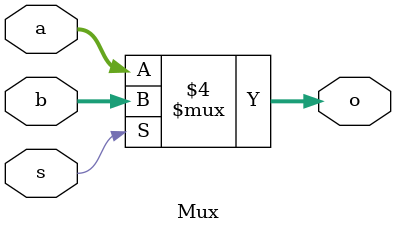
<source format=v>
`timescale 1ns / 1ps
module Mux(
    input [31:0]a,
    input [31:0]b,
    input s,
    output reg [31:0]o
    );
always@(*)
begin
	if(s==0)
		o=a;
	else
		o=b;
end

endmodule

</source>
